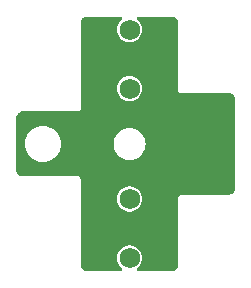
<source format=gbr>
%TF.GenerationSoftware,KiCad,Pcbnew,8.0.2*%
%TF.CreationDate,2025-05-18T13:53:18-07:00*%
%TF.ProjectId,PGS_Trigger_Board,5047535f-5472-4696-9767-65725f426f61,rev?*%
%TF.SameCoordinates,Original*%
%TF.FileFunction,Copper,L2,Bot*%
%TF.FilePolarity,Positive*%
%FSLAX46Y46*%
G04 Gerber Fmt 4.6, Leading zero omitted, Abs format (unit mm)*
G04 Created by KiCad (PCBNEW 8.0.2) date 2025-05-18 13:53:18*
%MOMM*%
%LPD*%
G01*
G04 APERTURE LIST*
%TA.AperFunction,ComponentPad*%
%ADD10C,1.750000*%
%TD*%
G04 APERTURE END LIST*
D10*
%TO.P,SW2,1,1*%
%TO.N,Net-(J1-Pin_3)*%
X227415265Y-148765000D03*
%TO.P,SW2,2,2*%
%TO.N,Net-(J1-Pin_4)*%
X227415265Y-143765000D03*
%TD*%
%TO.P,SW1,1,1*%
%TO.N,Net-(J1-Pin_2)*%
X227415265Y-158115000D03*
%TO.P,SW1,2,2*%
%TO.N,Net-(J1-Pin_1)*%
X227415265Y-163115000D03*
%TD*%
%TA.AperFunction,NonConductor*%
G36*
X226744475Y-142710185D02*
G01*
X226790230Y-142762989D01*
X226800174Y-142832147D01*
X226771149Y-142895703D01*
X226760974Y-142906137D01*
X226617057Y-143037333D01*
X226496940Y-143196393D01*
X226496935Y-143196401D01*
X226408095Y-143374816D01*
X226353547Y-143566535D01*
X226335157Y-143764999D01*
X226335157Y-143765000D01*
X226353547Y-143963464D01*
X226408095Y-144155183D01*
X226496935Y-144333598D01*
X226496940Y-144333606D01*
X226617057Y-144492666D01*
X226743773Y-144608182D01*
X226764355Y-144626945D01*
X226933819Y-144731873D01*
X227119679Y-144803876D01*
X227315605Y-144840500D01*
X227315607Y-144840500D01*
X227514923Y-144840500D01*
X227514925Y-144840500D01*
X227710851Y-144803876D01*
X227896711Y-144731873D01*
X228066175Y-144626945D01*
X228213474Y-144492664D01*
X228333591Y-144333604D01*
X228422436Y-144155180D01*
X228476982Y-143963469D01*
X228495373Y-143765000D01*
X228476982Y-143566531D01*
X228422436Y-143374820D01*
X228421024Y-143371984D01*
X228333594Y-143196401D01*
X228333589Y-143196393D01*
X228213472Y-143037333D01*
X228069556Y-142906137D01*
X228033274Y-142846426D01*
X228035035Y-142776578D01*
X228074278Y-142718771D01*
X228138545Y-142691356D01*
X228153094Y-142690500D01*
X230984264Y-142690500D01*
X230984296Y-142690502D01*
X230996105Y-142690501D01*
X230996107Y-142690502D01*
X231033315Y-142690500D01*
X231047190Y-142691278D01*
X231137546Y-142701455D01*
X231164615Y-142707633D01*
X231243820Y-142735344D01*
X231268838Y-142747390D01*
X231289399Y-142760309D01*
X231339895Y-142792036D01*
X231361604Y-142809348D01*
X231420938Y-142868679D01*
X231438251Y-142890388D01*
X231482896Y-142961437D01*
X231494945Y-142986455D01*
X231522661Y-143065660D01*
X231528840Y-143092732D01*
X231538985Y-143182766D01*
X231539765Y-143196650D01*
X231539765Y-148840172D01*
X231539765Y-148939828D01*
X231577901Y-149031897D01*
X231648368Y-149102364D01*
X231740437Y-149140500D01*
X235833553Y-149140500D01*
X235847440Y-149141280D01*
X235859980Y-149142693D01*
X235937787Y-149151462D01*
X235964850Y-149157641D01*
X236044052Y-149185357D01*
X236069062Y-149197402D01*
X236140117Y-149242051D01*
X236161823Y-149259363D01*
X236221149Y-149318693D01*
X236238460Y-149340400D01*
X236283103Y-149411451D01*
X236295150Y-149436468D01*
X236322863Y-149515669D01*
X236329041Y-149542739D01*
X236339250Y-149633346D01*
X236340030Y-149647230D01*
X236340030Y-157233038D01*
X236339250Y-157246922D01*
X236329070Y-157337268D01*
X236322892Y-157364338D01*
X236295176Y-157443547D01*
X236283129Y-157468563D01*
X236238487Y-157539613D01*
X236221175Y-157561323D01*
X236161838Y-157620662D01*
X236140131Y-157637973D01*
X236069080Y-157682621D01*
X236044062Y-157694670D01*
X235964861Y-157722386D01*
X235937792Y-157728566D01*
X235857235Y-157737645D01*
X235847705Y-157738720D01*
X235833818Y-157739500D01*
X231740435Y-157739500D01*
X231648367Y-157777636D01*
X231577901Y-157848102D01*
X231539765Y-157940170D01*
X231539765Y-163683038D01*
X231538985Y-163696922D01*
X231528806Y-163787260D01*
X231522627Y-163814332D01*
X231494914Y-163893529D01*
X231482865Y-163918547D01*
X231438226Y-163989586D01*
X231420913Y-164011295D01*
X231361579Y-164070626D01*
X231339869Y-164087938D01*
X231268824Y-164132576D01*
X231243805Y-164144624D01*
X231164610Y-164172332D01*
X231137538Y-164178510D01*
X231046887Y-164188720D01*
X231033004Y-164189499D01*
X230984296Y-164189497D01*
X230984264Y-164189500D01*
X228153094Y-164189500D01*
X228086055Y-164169815D01*
X228040300Y-164117011D01*
X228030356Y-164047853D01*
X228059381Y-163984297D01*
X228069556Y-163973863D01*
X228213472Y-163842666D01*
X228244828Y-163801145D01*
X228333591Y-163683604D01*
X228422436Y-163505180D01*
X228476982Y-163313469D01*
X228495373Y-163115000D01*
X228476982Y-162916531D01*
X228422436Y-162724820D01*
X228421024Y-162721984D01*
X228333594Y-162546401D01*
X228333589Y-162546393D01*
X228213472Y-162387333D01*
X228066176Y-162253056D01*
X228066175Y-162253055D01*
X228001640Y-162213096D01*
X227896712Y-162148127D01*
X227896710Y-162148126D01*
X227814644Y-162116334D01*
X227710851Y-162076124D01*
X227710847Y-162076123D01*
X227631904Y-162061366D01*
X227514925Y-162039500D01*
X227315605Y-162039500D01*
X227225519Y-162056339D01*
X227119682Y-162076123D01*
X227119680Y-162076123D01*
X227119679Y-162076124D01*
X227067782Y-162096229D01*
X226933819Y-162148126D01*
X226933817Y-162148127D01*
X226764353Y-162253056D01*
X226617057Y-162387333D01*
X226496940Y-162546393D01*
X226496935Y-162546401D01*
X226408095Y-162724816D01*
X226353547Y-162916535D01*
X226335157Y-163114999D01*
X226335157Y-163115000D01*
X226353547Y-163313464D01*
X226408095Y-163505183D01*
X226496935Y-163683598D01*
X226496940Y-163683606D01*
X226617057Y-163842666D01*
X226760974Y-163973863D01*
X226797256Y-164033574D01*
X226795495Y-164103422D01*
X226756252Y-164161229D01*
X226691985Y-164188644D01*
X226677436Y-164189500D01*
X223797246Y-164189500D01*
X223783357Y-164188720D01*
X223767039Y-164186880D01*
X223693011Y-164178536D01*
X223665942Y-164172356D01*
X223586746Y-164144641D01*
X223561730Y-164132593D01*
X223490684Y-164087949D01*
X223468976Y-164070636D01*
X223409650Y-164011307D01*
X223392339Y-163989599D01*
X223347695Y-163918547D01*
X223335649Y-163893535D01*
X223307935Y-163814327D01*
X223301758Y-163787260D01*
X223291545Y-163696607D01*
X223290765Y-163682725D01*
X223290765Y-158114999D01*
X226335157Y-158114999D01*
X226335157Y-158115000D01*
X226353547Y-158313464D01*
X226408095Y-158505183D01*
X226496935Y-158683598D01*
X226496940Y-158683606D01*
X226617057Y-158842666D01*
X226743773Y-158958182D01*
X226764355Y-158976945D01*
X226933819Y-159081873D01*
X227119679Y-159153876D01*
X227315605Y-159190500D01*
X227315607Y-159190500D01*
X227514923Y-159190500D01*
X227514925Y-159190500D01*
X227710851Y-159153876D01*
X227896711Y-159081873D01*
X228066175Y-158976945D01*
X228213474Y-158842664D01*
X228333591Y-158683604D01*
X228422436Y-158505180D01*
X228476982Y-158313469D01*
X228495373Y-158115000D01*
X228476982Y-157916531D01*
X228422436Y-157724820D01*
X228379191Y-157637973D01*
X228333594Y-157546401D01*
X228333589Y-157546393D01*
X228213472Y-157387333D01*
X228066176Y-157253056D01*
X228066175Y-157253055D01*
X227973754Y-157195830D01*
X227896712Y-157148127D01*
X227896710Y-157148126D01*
X227814644Y-157116334D01*
X227710851Y-157076124D01*
X227710847Y-157076123D01*
X227631904Y-157061366D01*
X227514925Y-157039500D01*
X227315605Y-157039500D01*
X227225519Y-157056339D01*
X227119682Y-157076123D01*
X227119680Y-157076123D01*
X227119679Y-157076124D01*
X227067782Y-157096229D01*
X226933819Y-157148126D01*
X226933817Y-157148127D01*
X226764353Y-157253056D01*
X226617057Y-157387333D01*
X226496940Y-157546393D01*
X226496935Y-157546401D01*
X226408095Y-157724816D01*
X226353547Y-157916535D01*
X226335157Y-158114999D01*
X223290765Y-158114999D01*
X223290765Y-156390173D01*
X223290764Y-156390170D01*
X223252629Y-156298103D01*
X223182162Y-156227636D01*
X223090094Y-156189500D01*
X223090093Y-156189500D01*
X218336962Y-156189500D01*
X218323078Y-156188720D01*
X218310553Y-156187308D01*
X218232735Y-156178540D01*
X218205666Y-156172362D01*
X218126462Y-156144648D01*
X218101444Y-156132600D01*
X218030395Y-156087957D01*
X218008686Y-156070644D01*
X217949355Y-156011313D01*
X217932042Y-155989604D01*
X217907118Y-155949938D01*
X217887398Y-155918553D01*
X217875351Y-155893537D01*
X217847637Y-155814333D01*
X217841459Y-155787263D01*
X217831280Y-155696922D01*
X217830500Y-155683038D01*
X217830500Y-153440000D01*
X218549783Y-153440000D01*
X218568623Y-153679382D01*
X218624674Y-153912853D01*
X218624678Y-153912865D01*
X218716565Y-154134702D01*
X218824846Y-154311401D01*
X218842028Y-154339439D01*
X218997973Y-154522027D01*
X219180561Y-154677972D01*
X219239199Y-154713905D01*
X219385297Y-154803434D01*
X219482047Y-154843508D01*
X219607137Y-154895323D01*
X219840621Y-154951377D01*
X220080000Y-154970217D01*
X220319379Y-154951377D01*
X220552863Y-154895323D01*
X220774704Y-154803433D01*
X220979439Y-154677972D01*
X221162027Y-154522027D01*
X221317972Y-154339439D01*
X221443433Y-154134704D01*
X221450423Y-154117830D01*
X221495426Y-154009182D01*
X221535323Y-153912863D01*
X221591377Y-153679379D01*
X221610217Y-153440000D01*
X221610217Y-153439999D01*
X226059606Y-153439999D01*
X226059606Y-153440000D01*
X226080201Y-153675403D01*
X226080203Y-153675413D01*
X226141359Y-153903655D01*
X226141361Y-153903659D01*
X226141362Y-153903663D01*
X226219534Y-154071302D01*
X226241230Y-154117830D01*
X226241232Y-154117834D01*
X226253045Y-154134704D01*
X226376770Y-154311401D01*
X226543864Y-154478495D01*
X226606033Y-154522026D01*
X226737430Y-154614032D01*
X226737432Y-154614033D01*
X226737435Y-154614035D01*
X226951602Y-154713903D01*
X227179857Y-154775063D01*
X227368183Y-154791539D01*
X227415264Y-154795659D01*
X227415265Y-154795659D01*
X227415266Y-154795659D01*
X227454499Y-154792226D01*
X227650673Y-154775063D01*
X227878928Y-154713903D01*
X228093095Y-154614035D01*
X228286666Y-154478495D01*
X228453760Y-154311401D01*
X228589300Y-154117830D01*
X228689168Y-153903663D01*
X228750328Y-153675408D01*
X228770924Y-153440000D01*
X228750328Y-153204592D01*
X228689168Y-152976337D01*
X228589300Y-152762171D01*
X228548787Y-152704311D01*
X228453759Y-152568597D01*
X228286667Y-152401506D01*
X228286660Y-152401501D01*
X228093099Y-152265967D01*
X228093095Y-152265965D01*
X228093093Y-152265964D01*
X227878928Y-152166097D01*
X227878924Y-152166096D01*
X227878920Y-152166094D01*
X227650678Y-152104938D01*
X227650668Y-152104936D01*
X227415266Y-152084341D01*
X227415264Y-152084341D01*
X227179861Y-152104936D01*
X227179851Y-152104938D01*
X226951609Y-152166094D01*
X226951600Y-152166098D01*
X226737436Y-152265964D01*
X226737434Y-152265965D01*
X226543862Y-152401505D01*
X226376770Y-152568597D01*
X226241230Y-152762169D01*
X226241229Y-152762171D01*
X226141363Y-152976335D01*
X226141359Y-152976344D01*
X226080203Y-153204586D01*
X226080201Y-153204596D01*
X226059606Y-153439999D01*
X221610217Y-153439999D01*
X221591377Y-153200621D01*
X221535323Y-152967137D01*
X221450423Y-152762171D01*
X221443434Y-152745297D01*
X221347140Y-152588159D01*
X221317972Y-152540561D01*
X221162027Y-152357973D01*
X220979439Y-152202028D01*
X220979436Y-152202026D01*
X220774702Y-152076565D01*
X220552865Y-151984678D01*
X220552867Y-151984678D01*
X220552863Y-151984677D01*
X220552859Y-151984676D01*
X220552853Y-151984674D01*
X220319382Y-151928623D01*
X220080000Y-151909783D01*
X219840617Y-151928623D01*
X219607146Y-151984674D01*
X219607134Y-151984678D01*
X219385297Y-152076565D01*
X219180563Y-152202026D01*
X218997973Y-152357973D01*
X218842026Y-152540563D01*
X218716565Y-152745297D01*
X218624678Y-152967134D01*
X218624674Y-152967146D01*
X218568623Y-153200617D01*
X218549783Y-153440000D01*
X217830500Y-153440000D01*
X217830500Y-151196961D01*
X217831280Y-151183077D01*
X217836114Y-151140172D01*
X217841459Y-151092731D01*
X217847635Y-151065670D01*
X217875353Y-150986456D01*
X217887396Y-150961450D01*
X217932046Y-150890389D01*
X217949351Y-150868690D01*
X218008690Y-150809351D01*
X218030389Y-150792046D01*
X218101450Y-150747396D01*
X218126456Y-150735353D01*
X218205670Y-150707635D01*
X218232733Y-150701459D01*
X218295419Y-150694396D01*
X218323079Y-150691280D01*
X218336962Y-150690500D01*
X223090091Y-150690500D01*
X223090093Y-150690500D01*
X223182162Y-150652364D01*
X223252629Y-150581897D01*
X223290765Y-150489828D01*
X223290765Y-148764999D01*
X226335157Y-148764999D01*
X226335157Y-148765000D01*
X226353547Y-148963464D01*
X226353547Y-148963466D01*
X226353548Y-148963469D01*
X226408094Y-149155180D01*
X226408095Y-149155183D01*
X226496935Y-149333598D01*
X226496940Y-149333606D01*
X226617057Y-149492666D01*
X226723937Y-149590099D01*
X226764355Y-149626945D01*
X226933819Y-149731873D01*
X227119679Y-149803876D01*
X227315605Y-149840500D01*
X227315607Y-149840500D01*
X227514923Y-149840500D01*
X227514925Y-149840500D01*
X227710851Y-149803876D01*
X227896711Y-149731873D01*
X228066175Y-149626945D01*
X228213474Y-149492664D01*
X228333591Y-149333604D01*
X228422436Y-149155180D01*
X228476982Y-148963469D01*
X228495373Y-148765000D01*
X228476982Y-148566531D01*
X228422436Y-148374820D01*
X228421024Y-148371984D01*
X228333594Y-148196401D01*
X228333589Y-148196393D01*
X228213472Y-148037333D01*
X228066176Y-147903056D01*
X228066175Y-147903055D01*
X228001640Y-147863096D01*
X227896712Y-147798127D01*
X227896710Y-147798126D01*
X227814644Y-147766334D01*
X227710851Y-147726124D01*
X227710847Y-147726123D01*
X227631904Y-147711366D01*
X227514925Y-147689500D01*
X227315605Y-147689500D01*
X227225519Y-147706339D01*
X227119682Y-147726123D01*
X227119680Y-147726123D01*
X227119679Y-147726124D01*
X227067782Y-147746229D01*
X226933819Y-147798126D01*
X226933817Y-147798127D01*
X226764353Y-147903056D01*
X226617057Y-148037333D01*
X226496940Y-148196393D01*
X226496935Y-148196401D01*
X226408095Y-148374816D01*
X226353547Y-148566535D01*
X226335157Y-148764999D01*
X223290765Y-148764999D01*
X223290765Y-143149440D01*
X223290774Y-143147929D01*
X223290904Y-143137332D01*
X223290980Y-143134252D01*
X223291284Y-143126064D01*
X223291436Y-143122999D01*
X223291942Y-143114830D01*
X223292168Y-143111789D01*
X223292882Y-143103551D01*
X223293184Y-143100506D01*
X223294090Y-143092387D01*
X223294460Y-143089402D01*
X223295583Y-143081176D01*
X223296029Y-143078195D01*
X223296472Y-143075459D01*
X223297342Y-143070084D01*
X223297858Y-143067134D01*
X223299379Y-143059016D01*
X223299973Y-143056045D01*
X223300607Y-143053066D01*
X223301693Y-143047963D01*
X223302330Y-143045140D01*
X223304278Y-143036984D01*
X223304969Y-143034236D01*
X223307125Y-143026099D01*
X223307914Y-143023268D01*
X223310212Y-143015388D01*
X223311101Y-143012473D01*
X223313604Y-143004614D01*
X223314568Y-143001711D01*
X223317243Y-142993977D01*
X223318250Y-142991176D01*
X223321204Y-142983275D01*
X223322226Y-142980638D01*
X223325358Y-142972853D01*
X223326486Y-142970148D01*
X223329840Y-142962378D01*
X223331099Y-142959558D01*
X223334583Y-142952008D01*
X223335878Y-142949289D01*
X223339621Y-142941684D01*
X223340994Y-142938984D01*
X223342919Y-142935308D01*
X223344865Y-142931590D01*
X223346260Y-142929004D01*
X223350354Y-142921638D01*
X223351845Y-142919032D01*
X223356134Y-142911751D01*
X223357686Y-142909193D01*
X223362113Y-142902088D01*
X223363699Y-142899612D01*
X223368363Y-142892527D01*
X223369982Y-142890132D01*
X223374821Y-142883166D01*
X223376509Y-142880799D01*
X223381491Y-142873995D01*
X223383319Y-142871566D01*
X223388403Y-142864975D01*
X223390278Y-142862603D01*
X223395610Y-142856036D01*
X223397484Y-142853786D01*
X223402982Y-142847349D01*
X223404892Y-142845170D01*
X223410541Y-142838881D01*
X223412626Y-142836619D01*
X223418341Y-142830569D01*
X223420499Y-142828341D01*
X223426420Y-142822379D01*
X223428595Y-142820242D01*
X223434319Y-142814755D01*
X223436477Y-142812735D01*
X223438006Y-142811338D01*
X223442477Y-142807253D01*
X223444532Y-142805420D01*
X223450742Y-142800015D01*
X223452856Y-142798221D01*
X223459134Y-142793015D01*
X223461283Y-142791277D01*
X223467721Y-142786196D01*
X223469886Y-142784528D01*
X223476462Y-142779589D01*
X223478744Y-142777918D01*
X223485362Y-142773192D01*
X223487653Y-142771597D01*
X223494344Y-142767057D01*
X223496765Y-142765457D01*
X223503537Y-142761094D01*
X223505978Y-142759562D01*
X223512874Y-142755351D01*
X223515321Y-142753897D01*
X223522413Y-142749797D01*
X223524807Y-142748451D01*
X223531933Y-142744555D01*
X223534477Y-142743204D01*
X223541631Y-142739515D01*
X223544268Y-142738195D01*
X223545051Y-142737814D01*
X223551509Y-142734676D01*
X223554115Y-142733448D01*
X223561488Y-142730083D01*
X223564113Y-142728923D01*
X223571532Y-142725751D01*
X223574258Y-142724625D01*
X223581974Y-142721544D01*
X223584727Y-142720485D01*
X223592415Y-142717632D01*
X223595242Y-142716624D01*
X223596299Y-142716261D01*
X223603035Y-142713948D01*
X223605786Y-142713041D01*
X223613675Y-142710546D01*
X223616527Y-142709683D01*
X223624479Y-142707382D01*
X223627227Y-142706623D01*
X223635197Y-142704527D01*
X223638050Y-142703814D01*
X223646056Y-142701917D01*
X223648972Y-142701263D01*
X223657007Y-142699565D01*
X223659864Y-142698997D01*
X223667970Y-142697490D01*
X223670817Y-142696996D01*
X223679046Y-142695674D01*
X223681858Y-142695257D01*
X223690061Y-142694144D01*
X223693022Y-142693780D01*
X223697082Y-142693330D01*
X223701133Y-142692882D01*
X223704128Y-142692587D01*
X223712296Y-142691883D01*
X223715273Y-142691664D01*
X223723499Y-142691158D01*
X223726433Y-142691014D01*
X223734652Y-142690711D01*
X223737640Y-142690637D01*
X223746663Y-142690527D01*
X223748163Y-142690509D01*
X223749676Y-142690500D01*
X226677436Y-142690500D01*
X226744475Y-142710185D01*
G37*
%TD.AperFunction*%
M02*

</source>
